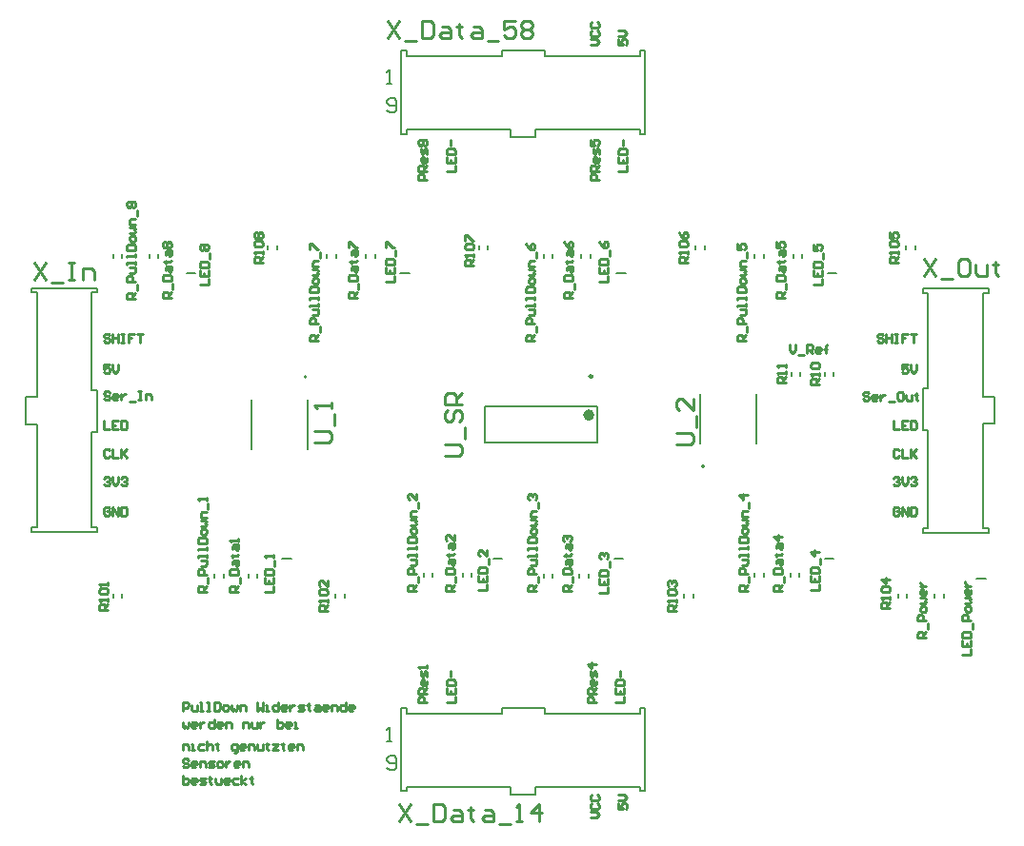
<source format=gto>
G04*
G04 #@! TF.GenerationSoftware,Altium Limited,Altium Designer,24.5.2 (23)*
G04*
G04 Layer_Color=65535*
%FSLAX25Y25*%
%MOIN*%
G70*
G04*
G04 #@! TF.SameCoordinates,F9E145AB-4376-4A3A-B871-3CA844BA1A44*
G04*
G04*
G04 #@! TF.FilePolarity,Positive*
G04*
G01*
G75*
%ADD10C,0.00787*%
%ADD11C,0.00984*%
%ADD12C,0.01968*%
%ADD13C,0.00598*%
%ADD14C,0.00500*%
%ADD15C,0.01000*%
%ADD16C,0.00800*%
D10*
X103392Y159409D02*
G03*
X103392Y159409I-394J0D01*
G01*
X242577Y128032D02*
G03*
X242577Y128032I-394J0D01*
G01*
X136406Y14173D02*
Y16142D01*
Y14173D02*
X138374D01*
Y15748D01*
X174988D01*
Y12992D02*
Y15748D01*
Y12992D02*
X183650D01*
Y15748D01*
X220264D01*
Y14173D02*
Y15748D01*
Y14173D02*
X221839D01*
Y16142D01*
Y41339D02*
Y43307D01*
X220264D02*
X221839D01*
X220264Y41339D02*
Y43307D01*
X186799Y41339D02*
X220264D01*
X186799D02*
Y43307D01*
X171839D02*
X186799D01*
X171839Y41339D02*
Y43307D01*
X138374Y41339D02*
X171839D01*
X138374D02*
Y43307D01*
X136406D02*
X138374D01*
X136406Y41339D02*
Y43307D01*
X221839Y16142D02*
Y41339D01*
X136406Y16142D02*
Y41339D01*
Y244488D02*
Y246457D01*
Y244488D02*
X138374D01*
Y246063D01*
X174988D01*
Y243307D02*
Y246063D01*
Y243307D02*
X183650D01*
Y246063D01*
X220264D01*
Y244488D02*
Y246063D01*
Y244488D02*
X221839D01*
Y246457D01*
Y271654D02*
Y273622D01*
X220264D02*
X221839D01*
X220264Y271654D02*
Y273622D01*
X186799Y271654D02*
X220264D01*
X186799D02*
Y273622D01*
X171839D02*
X186799D01*
X171839Y271654D02*
Y273622D01*
X138374Y271654D02*
X171839D01*
X138374D02*
Y273622D01*
X136406D02*
X138374D01*
X136406Y271654D02*
Y273622D01*
X221839Y246457D02*
Y271654D01*
X136406Y246457D02*
Y271654D01*
X342250Y104789D02*
Y105577D01*
X339494Y104789D02*
X342250D01*
X342250Y105577D02*
Y106364D01*
X342152Y188647D02*
Y190222D01*
X340282Y188647D02*
X342152D01*
X340282Y152427D02*
Y188647D01*
Y152427D02*
X344219D01*
X340282Y106364D02*
X342250D01*
X340282Y142978D02*
X340282Y106364D01*
Y142978D02*
X344219D01*
Y152427D01*
X319022Y104789D02*
Y106364D01*
X320990D01*
Y140616D01*
X319022D02*
X320990D01*
X319022D02*
Y155183D01*
X320990D01*
Y188647D01*
X319022D02*
X320990D01*
X319022D02*
Y190222D01*
Y104789D02*
X339494D01*
X319022Y190222D02*
X342152D01*
X7087Y189646D02*
Y190433D01*
X9843D01*
X7087Y188858D02*
Y189646D01*
X7185Y105000D02*
Y106575D01*
X9055D01*
Y142795D01*
X5118D02*
X9055D01*
X7087Y188858D02*
X9055D01*
X9055Y152244D01*
X5118D02*
X9055D01*
X5118Y142795D02*
Y152244D01*
X30315Y188858D02*
Y190433D01*
X28346Y188858D02*
X30315D01*
X28346Y154606D02*
Y188858D01*
Y154606D02*
X30315D01*
Y140039D02*
Y154606D01*
X28346Y140039D02*
X30315D01*
X28346Y106575D02*
Y140039D01*
Y106575D02*
X30315D01*
Y105000D02*
Y106575D01*
X9843Y190433D02*
X30315D01*
X7185Y105000D02*
X30315D01*
X205170Y136496D02*
Y148898D01*
X165799Y136496D02*
X205170D01*
X165799D02*
Y148898D01*
X205170D01*
D11*
X203477Y159528D02*
G03*
X203477Y159528I-492J0D01*
G01*
D12*
X203201Y145945D02*
G03*
X203201Y145945I-984J0D01*
G01*
D13*
X285826Y195768D02*
X288976D01*
X212007D02*
X215157D01*
X136220D02*
X139369D01*
X61417D02*
X64566D01*
X94883Y95571D02*
X98032D01*
X168702D02*
X171851D01*
X211024D02*
X214174D01*
X284843D02*
X287993D01*
X337993Y88681D02*
X341142D01*
X326378Y82106D02*
Y83445D01*
X323228Y82106D02*
Y83445D01*
X284842Y159764D02*
Y161102D01*
X287992Y159764D02*
Y161102D01*
X276181Y159764D02*
Y161102D01*
X273031Y159764D02*
Y161102D01*
X51575Y201102D02*
Y202441D01*
X48425Y201102D02*
Y202441D01*
X38976Y201102D02*
Y202441D01*
X35827Y201102D02*
Y202441D01*
X89961Y204056D02*
Y205394D01*
X93110Y204056D02*
Y205394D01*
X124212Y201102D02*
Y202441D01*
X127362Y201102D02*
Y202441D01*
X110630Y201102D02*
Y202441D01*
X113779Y201102D02*
Y202441D01*
X163779Y204055D02*
Y205394D01*
X166929Y204055D02*
Y205394D01*
X199665Y201102D02*
Y202441D01*
X202815Y201102D02*
Y202441D01*
X186417Y201102D02*
Y202441D01*
X189567Y201102D02*
Y202441D01*
X273819Y201102D02*
Y202441D01*
X276968Y201102D02*
Y202441D01*
X260236Y201102D02*
Y202441D01*
X263386Y201102D02*
Y202441D01*
X263386Y89291D02*
Y90630D01*
X260236Y89291D02*
Y90630D01*
X235630Y82008D02*
Y83346D01*
X238779Y82008D02*
Y83346D01*
X116732Y82008D02*
Y83346D01*
X113583Y82008D02*
Y83346D01*
X144390Y89291D02*
Y90630D01*
X147539Y89291D02*
Y90630D01*
X316436Y204055D02*
Y205394D01*
X313287Y204055D02*
Y205394D01*
X186417Y88995D02*
Y90334D01*
X189567Y88995D02*
Y90334D01*
X38976Y82008D02*
Y83346D01*
X35827Y82008D02*
Y83346D01*
X313583Y82008D02*
Y83346D01*
X310433Y82008D02*
Y83346D01*
X239567Y204056D02*
Y205394D01*
X242717Y204056D02*
Y205394D01*
X202166Y88995D02*
Y90334D01*
X199016Y88995D02*
Y90334D01*
X275984Y89291D02*
Y90630D01*
X272835Y89291D02*
Y90630D01*
X161171Y89291D02*
Y90630D01*
X158022Y89291D02*
Y90630D01*
X74409Y88898D02*
Y90236D01*
X71260Y88898D02*
Y90236D01*
X86221Y88898D02*
Y90236D01*
X83071Y88898D02*
Y90236D01*
D14*
X84258Y134055D02*
Y151378D01*
X103943Y134055D02*
Y151378D01*
X260924Y136063D02*
Y153386D01*
X241238Y136063D02*
Y153386D01*
D15*
X212536Y9935D02*
Y7936D01*
X214036D01*
X213536Y8936D01*
Y9436D01*
X214036Y9935D01*
X215036D01*
X215535Y9436D01*
Y8436D01*
X215036Y7936D01*
X212536Y10935D02*
X214536D01*
X215535Y11935D01*
X214536Y12934D01*
X212536D01*
X202694Y4937D02*
X204693D01*
X205693Y5937D01*
X204693Y6936D01*
X202694D01*
X203194Y9935D02*
X202694Y9436D01*
Y8436D01*
X203194Y7936D01*
X205193D01*
X205693Y8436D01*
Y9436D01*
X205193Y9935D01*
X203194Y12934D02*
X202694Y12435D01*
Y11435D01*
X203194Y10935D01*
X205193D01*
X205693Y11435D01*
Y12435D01*
X205193Y12934D01*
X145653Y45291D02*
X142655D01*
Y46791D01*
X143154Y47291D01*
X144154D01*
X144654Y46791D01*
Y45291D01*
X145653Y48290D02*
X142655D01*
Y49790D01*
X143154Y50290D01*
X144154D01*
X144654Y49790D01*
Y48290D01*
Y49290D02*
X145653Y50290D01*
Y52789D02*
Y51789D01*
X145154Y51289D01*
X144154D01*
X143654Y51789D01*
Y52789D01*
X144154Y53289D01*
X144654D01*
Y51289D01*
X145653Y54288D02*
Y55788D01*
X145154Y56288D01*
X144654Y55788D01*
Y54788D01*
X144154Y54288D01*
X143654Y54788D01*
Y56288D01*
X145653Y57288D02*
Y58287D01*
Y57787D01*
X142655D01*
X143154Y57288D01*
X152497Y45291D02*
X155496D01*
Y47291D01*
X152497Y50290D02*
Y48290D01*
X155496D01*
Y50290D01*
X153997Y48290D02*
Y49290D01*
X152497Y51289D02*
X155496D01*
Y52789D01*
X154996Y53289D01*
X152997D01*
X152497Y52789D01*
Y51289D01*
X153997Y54288D02*
Y56288D01*
X211552Y45291D02*
X214551D01*
Y47291D01*
X211552Y50290D02*
Y48290D01*
X214551D01*
Y50290D01*
X213052Y48290D02*
Y49290D01*
X211552Y51289D02*
X214551D01*
Y52789D01*
X214051Y53289D01*
X212052D01*
X211552Y52789D01*
Y51289D01*
X213052Y54288D02*
Y56288D01*
X204709Y45291D02*
X201710D01*
Y46791D01*
X202209Y47291D01*
X203209D01*
X203709Y46791D01*
Y45291D01*
X204709Y48290D02*
X201710D01*
Y49790D01*
X202209Y50290D01*
X203209D01*
X203709Y49790D01*
Y48290D01*
Y49290D02*
X204709Y50290D01*
Y52789D02*
Y51789D01*
X204209Y51289D01*
X203209D01*
X202709Y51789D01*
Y52789D01*
X203209Y53289D01*
X203709D01*
Y51289D01*
X204709Y54288D02*
Y55788D01*
X204209Y56288D01*
X203709Y55788D01*
Y54788D01*
X203209Y54288D01*
X202709Y54788D01*
Y56288D01*
X204709Y58787D02*
X201710D01*
X203209Y57288D01*
Y59287D01*
X152497Y231315D02*
X155496D01*
Y233314D01*
X152497Y236313D02*
Y234314D01*
X155496D01*
Y236313D01*
X153997Y234314D02*
Y235314D01*
X152497Y237313D02*
X155496D01*
Y238812D01*
X154996Y239312D01*
X152997D01*
X152497Y238812D01*
Y237313D01*
X153997Y240312D02*
Y242311D01*
X145653Y228362D02*
X142655D01*
Y229862D01*
X143154Y230362D01*
X144154D01*
X144654Y229862D01*
Y228362D01*
X145653Y231361D02*
X142655D01*
Y232861D01*
X143154Y233361D01*
X144154D01*
X144654Y232861D01*
Y231361D01*
Y232361D02*
X145653Y233361D01*
Y235860D02*
Y234860D01*
X145154Y234360D01*
X144154D01*
X143654Y234860D01*
Y235860D01*
X144154Y236360D01*
X144654D01*
Y234360D01*
X145653Y237359D02*
Y238859D01*
X145154Y239359D01*
X144654Y238859D01*
Y237859D01*
X144154Y237359D01*
X143654Y237859D01*
Y239359D01*
X143154Y240358D02*
X142655Y240858D01*
Y241858D01*
X143154Y242358D01*
X143654D01*
X144154Y241858D01*
X144654Y242358D01*
X145154D01*
X145653Y241858D01*
Y240858D01*
X145154Y240358D01*
X144654D01*
X144154Y240858D01*
X143654Y240358D01*
X143154D01*
X144154Y240858D02*
Y241858D01*
X205693Y228362D02*
X202694D01*
Y229862D01*
X203194Y230362D01*
X204193D01*
X204693Y229862D01*
Y228362D01*
X205693Y231361D02*
X202694D01*
Y232861D01*
X203194Y233361D01*
X204193D01*
X204693Y232861D01*
Y231361D01*
Y232361D02*
X205693Y233361D01*
Y235860D02*
Y234860D01*
X205193Y234360D01*
X204193D01*
X203694Y234860D01*
Y235860D01*
X204193Y236360D01*
X204693D01*
Y234360D01*
X205693Y237359D02*
Y238859D01*
X205193Y239359D01*
X204693Y238859D01*
Y237859D01*
X204193Y237359D01*
X203694Y237859D01*
Y239359D01*
X202694Y242358D02*
Y240358D01*
X204193D01*
X203694Y241358D01*
Y241858D01*
X204193Y242358D01*
X205193D01*
X205693Y241858D01*
Y240858D01*
X205193Y240358D01*
X212536Y231315D02*
X215535D01*
Y233314D01*
X212536Y236313D02*
Y234314D01*
X215535D01*
Y236313D01*
X214036Y234314D02*
Y235314D01*
X212536Y237313D02*
X215535D01*
Y238812D01*
X215036Y239312D01*
X213036D01*
X212536Y238812D01*
Y237313D01*
X214036Y240312D02*
Y242311D01*
X202694Y275606D02*
X204693D01*
X205693Y276606D01*
X204693Y277606D01*
X202694D01*
X203194Y280605D02*
X202694Y280105D01*
Y279105D01*
X203194Y278605D01*
X205193D01*
X205693Y279105D01*
Y280105D01*
X205193Y280605D01*
X203194Y283604D02*
X202694Y283104D01*
Y282104D01*
X203194Y281604D01*
X205193D01*
X205693Y282104D01*
Y283104D01*
X205193Y283604D01*
X212536Y277606D02*
Y275606D01*
X214036D01*
X213536Y276606D01*
Y277106D01*
X214036Y277606D01*
X215036D01*
X215535Y277106D01*
Y276106D01*
X215036Y275606D01*
X212536Y278605D02*
X214536D01*
X215535Y279605D01*
X214536Y280605D01*
X212536D01*
X310834Y113279D02*
X310334Y113779D01*
X309334D01*
X308835Y113279D01*
Y111279D01*
X309334Y110780D01*
X310334D01*
X310834Y111279D01*
Y112279D01*
X309834D01*
X311834Y110780D02*
Y113779D01*
X313833Y110780D01*
Y113779D01*
X314833D02*
Y110780D01*
X316332D01*
X316832Y111279D01*
Y113279D01*
X316332Y113779D01*
X314833D01*
X308835Y123677D02*
X309334Y124177D01*
X310334D01*
X310834Y123677D01*
Y123177D01*
X310334Y122678D01*
X309834D01*
X310334D01*
X310834Y122178D01*
Y121678D01*
X310334Y121178D01*
X309334D01*
X308835Y121678D01*
X311834Y124177D02*
Y122178D01*
X312833Y121178D01*
X313833Y122178D01*
Y124177D01*
X314833Y123677D02*
X315332Y124177D01*
X316332D01*
X316832Y123677D01*
Y123177D01*
X316332Y122678D01*
X315832D01*
X316332D01*
X316832Y122178D01*
Y121678D01*
X316332Y121178D01*
X315332D01*
X314833Y121678D01*
X310834Y133520D02*
X310334Y134020D01*
X309334D01*
X308835Y133520D01*
Y131520D01*
X309334Y131021D01*
X310334D01*
X310834Y131520D01*
X311834Y134020D02*
Y131021D01*
X313833D01*
X314833Y134020D02*
Y131021D01*
Y132020D01*
X316832Y134020D01*
X315332Y132520D01*
X316832Y131021D01*
X308835Y143862D02*
Y140863D01*
X310834D01*
X313833Y143862D02*
X311834D01*
Y140863D01*
X313833D01*
X311834Y142363D02*
X312833D01*
X314833Y143862D02*
Y140863D01*
X316332D01*
X316832Y141363D01*
Y143362D01*
X316332Y143862D01*
X314833D01*
X300243Y153605D02*
X299744Y154105D01*
X298744D01*
X298244Y153605D01*
Y153105D01*
X298744Y152606D01*
X299744D01*
X300243Y152106D01*
Y151606D01*
X299744Y151106D01*
X298744D01*
X298244Y151606D01*
X302743Y151106D02*
X301743D01*
X301243Y151606D01*
Y152606D01*
X301743Y153105D01*
X302743D01*
X303242Y152606D01*
Y152106D01*
X301243D01*
X304242Y153105D02*
Y151106D01*
Y152106D01*
X304742Y152606D01*
X305242Y153105D01*
X305742D01*
X307241Y150606D02*
X309241D01*
X311740Y154105D02*
X310740D01*
X310240Y153605D01*
Y151606D01*
X310740Y151106D01*
X311740D01*
X312240Y151606D01*
Y153605D01*
X311740Y154105D01*
X313239Y153105D02*
Y151606D01*
X313739Y151106D01*
X315239D01*
Y153105D01*
X316738Y153605D02*
Y153105D01*
X316238D01*
X317238D01*
X316738D01*
Y151606D01*
X317238Y151106D01*
X313833Y163547D02*
X311834D01*
Y162048D01*
X312833Y162548D01*
X313333D01*
X313833Y162048D01*
Y161048D01*
X313333Y160548D01*
X312333D01*
X311834Y161048D01*
X314833Y163547D02*
Y161548D01*
X315832Y160548D01*
X316832Y161548D01*
Y163547D01*
X305336Y173874D02*
X304836Y174374D01*
X303836D01*
X303336Y173874D01*
Y173374D01*
X303836Y172874D01*
X304836D01*
X305336Y172375D01*
Y171875D01*
X304836Y171375D01*
X303836D01*
X303336Y171875D01*
X306335Y174374D02*
Y171375D01*
Y172874D01*
X308335D01*
Y174374D01*
Y171375D01*
X309334Y174374D02*
X310334D01*
X309834D01*
Y171375D01*
X309334D01*
X310334D01*
X313833Y174374D02*
X311834D01*
Y172874D01*
X312833D01*
X311834D01*
Y171375D01*
X314833Y174374D02*
X316832D01*
X315832D01*
Y171375D01*
X34620Y173874D02*
X34120Y174374D01*
X33121D01*
X32621Y173874D01*
Y173374D01*
X33121Y172874D01*
X34120D01*
X34620Y172375D01*
Y171875D01*
X34120Y171375D01*
X33121D01*
X32621Y171875D01*
X35620Y174374D02*
Y171375D01*
Y172874D01*
X37619D01*
Y174374D01*
Y171375D01*
X38619Y174374D02*
X39619D01*
X39119D01*
Y171375D01*
X38619D01*
X39619D01*
X43117Y174374D02*
X41118D01*
Y172874D01*
X42118D01*
X41118D01*
Y171375D01*
X44117Y174374D02*
X46116D01*
X45117D01*
Y171375D01*
X34620Y163547D02*
X32621D01*
Y162048D01*
X33620Y162548D01*
X34120D01*
X34620Y162048D01*
Y161048D01*
X34120Y160548D01*
X33121D01*
X32621Y161048D01*
X35620Y163547D02*
Y161548D01*
X36619Y160548D01*
X37619Y161548D01*
Y163547D01*
X34620Y153705D02*
X34120Y154204D01*
X33121D01*
X32621Y153705D01*
Y153205D01*
X33121Y152705D01*
X34120D01*
X34620Y152205D01*
Y151705D01*
X34120Y151205D01*
X33121D01*
X32621Y151705D01*
X37119Y151205D02*
X36120D01*
X35620Y151705D01*
Y152705D01*
X36120Y153205D01*
X37119D01*
X37619Y152705D01*
Y152205D01*
X35620D01*
X38619Y153205D02*
Y151205D01*
Y152205D01*
X39119Y152705D01*
X39619Y153205D01*
X40118D01*
X41618Y150706D02*
X43617D01*
X44617Y154204D02*
X45617D01*
X45117D01*
Y151205D01*
X44617D01*
X45617D01*
X47116D02*
Y153205D01*
X48616D01*
X49115Y152705D01*
Y151205D01*
X32621Y143862D02*
Y140863D01*
X34620D01*
X37619Y143862D02*
X35620D01*
Y140863D01*
X37619D01*
X35620Y142363D02*
X36619D01*
X38619Y143862D02*
Y140863D01*
X40118D01*
X40618Y141363D01*
Y143362D01*
X40118Y143862D01*
X38619D01*
X34620Y133520D02*
X34120Y134020D01*
X33121D01*
X32621Y133520D01*
Y131520D01*
X33121Y131021D01*
X34120D01*
X34620Y131520D01*
X35620Y134020D02*
Y131021D01*
X37619D01*
X38619Y134020D02*
Y131021D01*
Y132020D01*
X40618Y134020D01*
X39119Y132520D01*
X40618Y131021D01*
X32621Y123677D02*
X33121Y124177D01*
X34120D01*
X34620Y123677D01*
Y123177D01*
X34120Y122678D01*
X33620D01*
X34120D01*
X34620Y122178D01*
Y121678D01*
X34120Y121178D01*
X33121D01*
X32621Y121678D01*
X35620Y124177D02*
Y122178D01*
X36619Y121178D01*
X37619Y122178D01*
Y124177D01*
X38619Y123677D02*
X39119Y124177D01*
X40118D01*
X40618Y123677D01*
Y123177D01*
X40118Y122678D01*
X39619D01*
X40118D01*
X40618Y122178D01*
Y121678D01*
X40118Y121178D01*
X39119D01*
X38619Y121678D01*
X34620Y113279D02*
X34120Y113779D01*
X33121D01*
X32621Y113279D01*
Y111279D01*
X33121Y110780D01*
X34120D01*
X34620Y111279D01*
Y112279D01*
X33620D01*
X35620Y110780D02*
Y113779D01*
X37619Y110780D01*
Y113779D01*
X38619D02*
Y110780D01*
X40118D01*
X40618Y111279D01*
Y113279D01*
X40118Y113779D01*
X38619D01*
X60055Y19747D02*
Y16748D01*
X61555D01*
X62055Y17248D01*
Y17748D01*
Y18248D01*
X61555Y18747D01*
X60055D01*
X64554Y16748D02*
X63554D01*
X63054Y17248D01*
Y18248D01*
X63554Y18747D01*
X64554D01*
X65053Y18248D01*
Y17748D01*
X63054D01*
X66053Y16748D02*
X67553D01*
X68053Y17248D01*
X67553Y17748D01*
X66553D01*
X66053Y18248D01*
X66553Y18747D01*
X68053D01*
X69552Y19247D02*
Y18747D01*
X69052D01*
X70052D01*
X69552D01*
Y17248D01*
X70052Y16748D01*
X71551Y18747D02*
Y17248D01*
X72051Y16748D01*
X73551D01*
Y18747D01*
X76050Y16748D02*
X75050D01*
X74550Y17248D01*
Y18248D01*
X75050Y18747D01*
X76050D01*
X76550Y18248D01*
Y17748D01*
X74550D01*
X79549Y18747D02*
X78049D01*
X77549Y18248D01*
Y17248D01*
X78049Y16748D01*
X79549D01*
X80549D02*
Y19747D01*
Y17748D02*
X82048Y18747D01*
X80549Y17748D02*
X82048Y16748D01*
X84047Y19247D02*
Y18747D01*
X83548D01*
X84547D01*
X84047D01*
Y17248D01*
X84547Y16748D01*
X62055Y25153D02*
X61555Y25653D01*
X60555D01*
X60055Y25153D01*
Y24653D01*
X60555Y24153D01*
X61555D01*
X62055Y23653D01*
Y23153D01*
X61555Y22654D01*
X60555D01*
X60055Y23153D01*
X64554Y22654D02*
X63554D01*
X63054Y23153D01*
Y24153D01*
X63554Y24653D01*
X64554D01*
X65053Y24153D01*
Y23653D01*
X63054D01*
X66053Y22654D02*
Y24653D01*
X67553D01*
X68053Y24153D01*
Y22654D01*
X69052D02*
X70552D01*
X71052Y23153D01*
X70552Y23653D01*
X69552D01*
X69052Y24153D01*
X69552Y24653D01*
X71052D01*
X72551Y22654D02*
X73551D01*
X74051Y23153D01*
Y24153D01*
X73551Y24653D01*
X72551D01*
X72051Y24153D01*
Y23153D01*
X72551Y22654D01*
X75050Y24653D02*
Y22654D01*
Y23653D01*
X75550Y24153D01*
X76050Y24653D01*
X76550D01*
X79549Y22654D02*
X78549D01*
X78049Y23153D01*
Y24153D01*
X78549Y24653D01*
X79549D01*
X80049Y24153D01*
Y23653D01*
X78049D01*
X81048Y22654D02*
Y24653D01*
X82548D01*
X83048Y24153D01*
Y22654D01*
X60055Y28574D02*
Y30574D01*
X61555D01*
X62055Y30074D01*
Y28574D01*
X63054D02*
X64054D01*
X63554D01*
Y30574D01*
X63054D01*
X67553D02*
X66053D01*
X65553Y30074D01*
Y29074D01*
X66053Y28574D01*
X67553D01*
X68552Y31574D02*
Y28574D01*
Y30074D01*
X69052Y30574D01*
X70052D01*
X70552Y30074D01*
Y28574D01*
X72051Y31074D02*
Y30574D01*
X71551D01*
X72551D01*
X72051D01*
Y29074D01*
X72551Y28574D01*
X78049Y27575D02*
X78549D01*
X79049Y28075D01*
Y30574D01*
X77549D01*
X77050Y30074D01*
Y29074D01*
X77549Y28574D01*
X79049D01*
X81548D02*
X80549D01*
X80049Y29074D01*
Y30074D01*
X80549Y30574D01*
X81548D01*
X82048Y30074D01*
Y29574D01*
X80049D01*
X83048Y28574D02*
Y30574D01*
X84547D01*
X85047Y30074D01*
Y28574D01*
X86047Y30574D02*
Y29074D01*
X86546Y28574D01*
X88046D01*
Y30574D01*
X89546Y31074D02*
Y30574D01*
X89046D01*
X90045D01*
X89546D01*
Y29074D01*
X90045Y28574D01*
X91545Y30574D02*
X93544D01*
X91545Y28574D01*
X93544D01*
X95044Y31074D02*
Y30574D01*
X94544D01*
X95544D01*
X95044D01*
Y29074D01*
X95544Y28574D01*
X98543D02*
X97543D01*
X97043Y29074D01*
Y30074D01*
X97543Y30574D01*
X98543D01*
X99042Y30074D01*
Y29574D01*
X97043D01*
X100042Y28574D02*
Y30574D01*
X101542D01*
X102041Y30074D01*
Y28574D01*
X60055Y38432D02*
Y36933D01*
X60555Y36433D01*
X61055Y36933D01*
X61555Y36433D01*
X62055Y36933D01*
Y38432D01*
X64554Y36433D02*
X63554D01*
X63054Y36933D01*
Y37933D01*
X63554Y38432D01*
X64554D01*
X65053Y37933D01*
Y37433D01*
X63054D01*
X66053Y38432D02*
Y36433D01*
Y37433D01*
X66553Y37933D01*
X67053Y38432D01*
X67553D01*
X71052Y39432D02*
Y36433D01*
X69552D01*
X69052Y36933D01*
Y37933D01*
X69552Y38432D01*
X71052D01*
X73551Y36433D02*
X72551D01*
X72051Y36933D01*
Y37933D01*
X72551Y38432D01*
X73551D01*
X74051Y37933D01*
Y37433D01*
X72051D01*
X75050Y36433D02*
Y38432D01*
X76550D01*
X77050Y37933D01*
Y36433D01*
X81048D02*
Y38432D01*
X82548D01*
X83048Y37933D01*
Y36433D01*
X84047Y38432D02*
Y36933D01*
X84547Y36433D01*
X86047D01*
Y38432D01*
X87046D02*
Y36433D01*
Y37433D01*
X87546Y37933D01*
X88046Y38432D01*
X88546D01*
X93044Y39432D02*
Y36433D01*
X94544D01*
X95044Y36933D01*
Y37433D01*
Y37933D01*
X94544Y38432D01*
X93044D01*
X97543Y36433D02*
X96543D01*
X96043Y36933D01*
Y37933D01*
X96543Y38432D01*
X97543D01*
X98043Y37933D01*
Y37433D01*
X96043D01*
X99042Y36433D02*
X100042D01*
X99542D01*
Y38432D01*
X99042D01*
X60055Y42339D02*
Y45338D01*
X61555D01*
X62055Y44838D01*
Y43838D01*
X61555Y43338D01*
X60055D01*
X63054Y44338D02*
Y42838D01*
X63554Y42339D01*
X65053D01*
Y44338D01*
X66053Y42339D02*
X67053D01*
X66553D01*
Y45338D01*
X66053D01*
X68552Y42339D02*
X69552D01*
X69052D01*
Y45338D01*
X68552D01*
X71052D02*
Y42339D01*
X72551D01*
X73051Y42838D01*
Y44838D01*
X72551Y45338D01*
X71052D01*
X74550Y42339D02*
X75550D01*
X76050Y42838D01*
Y43838D01*
X75550Y44338D01*
X74550D01*
X74051Y43838D01*
Y42838D01*
X74550Y42339D01*
X77050Y44338D02*
Y42838D01*
X77549Y42339D01*
X78049Y42838D01*
X78549Y42339D01*
X79049Y42838D01*
Y44338D01*
X80049Y42339D02*
Y44338D01*
X81548D01*
X82048Y43838D01*
Y42339D01*
X86047Y45338D02*
Y42339D01*
X87046Y43338D01*
X88046Y42339D01*
Y45338D01*
X89046Y42339D02*
X90045D01*
X89546D01*
Y44338D01*
X89046D01*
X93544Y45338D02*
Y42339D01*
X92045D01*
X91545Y42838D01*
Y43838D01*
X92045Y44338D01*
X93544D01*
X96043Y42339D02*
X95044D01*
X94544Y42838D01*
Y43838D01*
X95044Y44338D01*
X96043D01*
X96543Y43838D01*
Y43338D01*
X94544D01*
X97543Y44338D02*
Y42339D01*
Y43338D01*
X98043Y43838D01*
X98543Y44338D01*
X99042D01*
X100542Y42339D02*
X102041D01*
X102541Y42838D01*
X102041Y43338D01*
X101042D01*
X100542Y43838D01*
X101042Y44338D01*
X102541D01*
X104041Y44838D02*
Y44338D01*
X103541D01*
X104541D01*
X104041D01*
Y42838D01*
X104541Y42339D01*
X106540Y44338D02*
X107540D01*
X108040Y43838D01*
Y42339D01*
X106540D01*
X106040Y42838D01*
X106540Y43338D01*
X108040D01*
X110539Y42339D02*
X109539D01*
X109039Y42838D01*
Y43838D01*
X109539Y44338D01*
X110539D01*
X111039Y43838D01*
Y43338D01*
X109039D01*
X112038Y42339D02*
Y44338D01*
X113538D01*
X114038Y43838D01*
Y42339D01*
X117037Y45338D02*
Y42339D01*
X115537D01*
X115037Y42838D01*
Y43838D01*
X115537Y44338D01*
X117037D01*
X119536Y42339D02*
X118536D01*
X118036Y42838D01*
Y43838D01*
X118536Y44338D01*
X119536D01*
X120036Y43838D01*
Y43338D01*
X118036D01*
X272654Y170542D02*
Y168543D01*
X273654Y167543D01*
X274653Y168543D01*
Y170542D01*
X275653Y167043D02*
X277652D01*
X278652Y167543D02*
Y170542D01*
X280151D01*
X280651Y170042D01*
Y169042D01*
X280151Y168543D01*
X278652D01*
X279652D02*
X280651Y167543D01*
X283151D02*
X282151D01*
X281651Y168043D01*
Y169042D01*
X282151Y169542D01*
X283151D01*
X283650Y169042D01*
Y168543D01*
X281651D01*
X285150Y167543D02*
Y170042D01*
Y169042D01*
X284650D01*
X285650D01*
X285150D01*
Y170042D01*
X285650Y170542D01*
X131700Y283998D02*
X135699Y278000D01*
Y283998D02*
X131700Y278000D01*
X137698Y277000D02*
X141697D01*
X143696Y283998D02*
Y278000D01*
X146695D01*
X147695Y279000D01*
Y282998D01*
X146695Y283998D01*
X143696D01*
X150694Y281999D02*
X152693D01*
X153693Y280999D01*
Y278000D01*
X150694D01*
X149694Y279000D01*
X150694Y279999D01*
X153693D01*
X156692Y282998D02*
Y281999D01*
X155692D01*
X157692D01*
X156692D01*
Y279000D01*
X157692Y278000D01*
X161690Y281999D02*
X163690D01*
X164689Y280999D01*
Y278000D01*
X161690D01*
X160691Y279000D01*
X161690Y279999D01*
X164689D01*
X166689Y277000D02*
X170687D01*
X176685Y283998D02*
X172687D01*
Y280999D01*
X174686Y281999D01*
X175686D01*
X176685Y280999D01*
Y279000D01*
X175686Y278000D01*
X173686D01*
X172687Y279000D01*
X178685Y282998D02*
X179684Y283998D01*
X181684D01*
X182684Y282998D01*
Y281999D01*
X181684Y280999D01*
X182684Y279999D01*
Y279000D01*
X181684Y278000D01*
X179684D01*
X178685Y279000D01*
Y279999D01*
X179684Y280999D01*
X178685Y281999D01*
Y282998D01*
X179684Y280999D02*
X181684D01*
X135941Y9562D02*
X139940Y3564D01*
Y9562D02*
X135941Y3564D01*
X141939Y2564D02*
X145938D01*
X147937Y9562D02*
Y3564D01*
X150936D01*
X151936Y4563D01*
Y8562D01*
X150936Y9562D01*
X147937D01*
X154935Y7563D02*
X156934D01*
X157934Y6563D01*
Y3564D01*
X154935D01*
X153935Y4563D01*
X154935Y5563D01*
X157934D01*
X160933Y8562D02*
Y7563D01*
X159933D01*
X161933D01*
X160933D01*
Y4563D01*
X161933Y3564D01*
X165931Y7563D02*
X167931D01*
X168930Y6563D01*
Y3564D01*
X165931D01*
X164932Y4563D01*
X165931Y5563D01*
X168930D01*
X170930Y2564D02*
X174928D01*
X176928Y3564D02*
X178927D01*
X177928D01*
Y9562D01*
X176928Y8562D01*
X184925Y3564D02*
Y9562D01*
X181926Y6563D01*
X185925D01*
X332896Y62057D02*
X335895D01*
Y64057D01*
X332896Y67056D02*
Y65056D01*
X335895D01*
Y67056D01*
X334396Y65056D02*
Y66056D01*
X332896Y68055D02*
X335895D01*
Y69555D01*
X335395Y70055D01*
X333396D01*
X332896Y69555D01*
Y68055D01*
X336395Y71054D02*
Y73054D01*
X335895Y74053D02*
X332896D01*
Y75553D01*
X333396Y76053D01*
X334396D01*
X334896Y75553D01*
Y74053D01*
X335895Y77552D02*
Y78552D01*
X335395Y79052D01*
X334396D01*
X333896Y78552D01*
Y77552D01*
X334396Y77052D01*
X335395D01*
X335895Y77552D01*
X333896Y80051D02*
X335395D01*
X335895Y80551D01*
X335395Y81051D01*
X335895Y81551D01*
X335395Y82051D01*
X333896D01*
X335895Y84550D02*
Y83550D01*
X335395Y83051D01*
X334396D01*
X333896Y83550D01*
Y84550D01*
X334396Y85050D01*
X334896D01*
Y83051D01*
X333896Y86049D02*
X335895D01*
X334896D01*
X334396Y86549D01*
X333896Y87049D01*
Y87549D01*
X66164Y191821D02*
X69163D01*
Y193821D01*
X66164Y196820D02*
Y194820D01*
X69163D01*
Y196820D01*
X67664Y194820D02*
Y195820D01*
X66164Y197819D02*
X69163D01*
Y199319D01*
X68663Y199819D01*
X66664D01*
X66164Y199319D01*
Y197819D01*
X69663Y200818D02*
Y202818D01*
X66664Y203817D02*
X66164Y204317D01*
Y205317D01*
X66664Y205817D01*
X67164D01*
X67664Y205317D01*
X68163Y205817D01*
X68663D01*
X69163Y205317D01*
Y204317D01*
X68663Y203817D01*
X68163D01*
X67664Y204317D01*
X67164Y203817D01*
X66664D01*
X67664Y204317D02*
Y205317D01*
X131125Y192805D02*
X134124D01*
Y194805D01*
X131125Y197804D02*
Y195804D01*
X134124D01*
Y197804D01*
X132624Y195804D02*
Y196804D01*
X131125Y198803D02*
X134124D01*
Y200303D01*
X133624Y200803D01*
X131624D01*
X131125Y200303D01*
Y198803D01*
X134624Y201802D02*
Y203802D01*
X131125Y204802D02*
Y206801D01*
X131624D01*
X133624Y204802D01*
X134124D01*
X205928Y192805D02*
X208927D01*
Y194805D01*
X205928Y197804D02*
Y195804D01*
X208927D01*
Y197804D01*
X207427Y195804D02*
Y196804D01*
X205928Y198803D02*
X208927D01*
Y200303D01*
X208427Y200803D01*
X206428D01*
X205928Y200303D01*
Y198803D01*
X209427Y201802D02*
Y203802D01*
X205928Y206801D02*
X206428Y205801D01*
X207427Y204802D01*
X208427D01*
X208927Y205301D01*
Y206301D01*
X208427Y206801D01*
X207927D01*
X207427Y206301D01*
Y204802D01*
X280731Y191821D02*
X283730D01*
Y193821D01*
X280731Y196820D02*
Y194820D01*
X283730D01*
Y196820D01*
X282230Y194820D02*
Y195820D01*
X280731Y197819D02*
X283730D01*
Y199319D01*
X283230Y199819D01*
X281231D01*
X280731Y199319D01*
Y197819D01*
X284230Y200818D02*
Y202818D01*
X280731Y205817D02*
Y203817D01*
X282230D01*
X281731Y204817D01*
Y205317D01*
X282230Y205817D01*
X283230D01*
X283730Y205317D01*
Y204317D01*
X283230Y203817D01*
X279747Y84538D02*
X282746D01*
Y86537D01*
X279747Y89536D02*
Y87537D01*
X282746D01*
Y89536D01*
X281246Y87537D02*
Y88536D01*
X279747Y90536D02*
X282746D01*
Y92035D01*
X282246Y92535D01*
X280246D01*
X279747Y92035D01*
Y90536D01*
X283245Y93535D02*
Y95534D01*
X282746Y98033D02*
X279747D01*
X281246Y96534D01*
Y98533D01*
X205928Y83553D02*
X208927D01*
Y85553D01*
X205928Y88552D02*
Y86553D01*
X208927D01*
Y88552D01*
X207427Y86553D02*
Y87552D01*
X205928Y89552D02*
X208927D01*
Y91051D01*
X208427Y91551D01*
X206428D01*
X205928Y91051D01*
Y89552D01*
X209427Y92550D02*
Y94550D01*
X206428Y95550D02*
X205928Y96049D01*
Y97049D01*
X206428Y97549D01*
X206927D01*
X207427Y97049D01*
Y96549D01*
Y97049D01*
X207927Y97549D01*
X208427D01*
X208927Y97049D01*
Y96049D01*
X208427Y95550D01*
X163605Y84538D02*
X166604D01*
Y86537D01*
X163605Y89536D02*
Y87537D01*
X166604D01*
Y89536D01*
X165104Y87537D02*
Y88536D01*
X163605Y90536D02*
X166604D01*
Y92035D01*
X166104Y92535D01*
X164105D01*
X163605Y92035D01*
Y90536D01*
X167104Y93535D02*
Y95534D01*
X166604Y98533D02*
Y96534D01*
X164605Y98533D01*
X164105D01*
X163605Y98033D01*
Y97034D01*
X164105Y96534D01*
X88802Y84053D02*
X91801D01*
Y86053D01*
X88802Y89052D02*
Y87052D01*
X91801D01*
Y89052D01*
X90301Y87052D02*
Y88052D01*
X88802Y90051D02*
X91801D01*
Y91551D01*
X91301Y92051D01*
X89302D01*
X88802Y91551D01*
Y90051D01*
X92301Y93050D02*
Y95050D01*
X91801Y96049D02*
Y97049D01*
Y96549D01*
X88802D01*
X89302Y96049D01*
X56072Y187103D02*
X53073D01*
Y188603D01*
X53573Y189103D01*
X54573D01*
X55073Y188603D01*
Y187103D01*
Y188103D02*
X56072Y189103D01*
X56572Y190103D02*
Y192102D01*
X53073Y193102D02*
X56072D01*
Y194601D01*
X55572Y195101D01*
X53573D01*
X53073Y194601D01*
Y193102D01*
X54073Y196600D02*
Y197600D01*
X54573Y198100D01*
X56072D01*
Y196600D01*
X55572Y196101D01*
X55073Y196600D01*
Y198100D01*
X53573Y199600D02*
X54073D01*
Y199100D01*
Y200099D01*
Y199600D01*
X55572D01*
X56072Y200099D01*
X54073Y202099D02*
Y203098D01*
X54573Y203598D01*
X56072D01*
Y202099D01*
X55572Y201599D01*
X55073Y202099D01*
Y203598D01*
X53573Y204598D02*
X53073Y205098D01*
Y206097D01*
X53573Y206597D01*
X54073D01*
X54573Y206097D01*
X55073Y206597D01*
X55572D01*
X56072Y206097D01*
Y205098D01*
X55572Y204598D01*
X55073D01*
X54573Y205098D01*
X54073Y204598D01*
X53573D01*
X54573Y205098D02*
Y206097D01*
X43572Y186746D02*
X40573D01*
Y188245D01*
X41073Y188745D01*
X42073D01*
X42573Y188245D01*
Y186746D01*
Y187745D02*
X43572Y188745D01*
X44072Y189745D02*
Y191744D01*
X43572Y192744D02*
X40573D01*
Y194243D01*
X41073Y194743D01*
X42073D01*
X42573Y194243D01*
Y192744D01*
X41573Y195743D02*
X43073D01*
X43572Y196243D01*
Y197742D01*
X41573D01*
X43572Y198742D02*
Y199741D01*
Y199242D01*
X40573D01*
Y198742D01*
X43572Y201241D02*
Y202241D01*
Y201741D01*
X40573D01*
Y201241D01*
Y203740D02*
X43572D01*
Y205240D01*
X43073Y205739D01*
X41073D01*
X40573Y205240D01*
Y203740D01*
X43572Y207239D02*
Y208239D01*
X43073Y208738D01*
X42073D01*
X41573Y208239D01*
Y207239D01*
X42073Y206739D01*
X43073D01*
X43572Y207239D01*
X41573Y209738D02*
X43073D01*
X43572Y210238D01*
X43073Y210738D01*
X43572Y211238D01*
X43073Y211738D01*
X41573D01*
X43572Y212737D02*
X41573D01*
Y214237D01*
X42073Y214737D01*
X43572D01*
X44072Y215736D02*
Y217736D01*
X41073Y218735D02*
X40573Y219235D01*
Y220235D01*
X41073Y220735D01*
X41573D01*
X42073Y220235D01*
X42573Y220735D01*
X43073D01*
X43572Y220235D01*
Y219235D01*
X43073Y218735D01*
X42573D01*
X42073Y219235D01*
X41573Y218735D01*
X41073D01*
X42073Y219235D02*
Y220235D01*
X151895Y131602D02*
X156893D01*
X157893Y132602D01*
Y134601D01*
X156893Y135601D01*
X151895D01*
X158893Y137600D02*
Y141599D01*
X152894Y147597D02*
X151895Y146597D01*
Y144598D01*
X152894Y143598D01*
X153894D01*
X154894Y144598D01*
Y146597D01*
X155893Y147597D01*
X156893D01*
X157893Y146597D01*
Y144598D01*
X156893Y143598D01*
X157893Y149596D02*
X151895D01*
Y152595D01*
X152894Y153595D01*
X154894D01*
X155893Y152595D01*
Y149596D01*
Y151596D02*
X157893Y153595D01*
X232722Y135703D02*
X237720D01*
X238720Y136703D01*
Y138702D01*
X237720Y139702D01*
X232722D01*
X239719Y141701D02*
Y145700D01*
X238720Y151698D02*
Y147699D01*
X234721Y151698D01*
X233721D01*
X232722Y150698D01*
Y148699D01*
X233721Y147699D01*
X106344Y136408D02*
X111342D01*
X112342Y137407D01*
Y139407D01*
X111342Y140407D01*
X106344D01*
X113341Y142406D02*
Y146405D01*
X112342Y148404D02*
Y150403D01*
Y149404D01*
X106344D01*
X107343Y148404D01*
X107549Y171982D02*
X104550D01*
Y173481D01*
X105050Y173981D01*
X106049D01*
X106549Y173481D01*
Y171982D01*
Y172982D02*
X107549Y173981D01*
X108049Y174981D02*
Y176980D01*
X107549Y177980D02*
X104550D01*
Y179479D01*
X105050Y179979D01*
X106049D01*
X106549Y179479D01*
Y177980D01*
X105550Y180979D02*
X107049D01*
X107549Y181479D01*
Y182978D01*
X105550D01*
X107549Y183978D02*
Y184978D01*
Y184478D01*
X104550D01*
Y183978D01*
X107549Y186477D02*
Y187477D01*
Y186977D01*
X104550D01*
Y186477D01*
Y188976D02*
X107549D01*
Y190476D01*
X107049Y190976D01*
X105050D01*
X104550Y190476D01*
Y188976D01*
X107549Y192475D02*
Y193475D01*
X107049Y193975D01*
X106049D01*
X105550Y193475D01*
Y192475D01*
X106049Y191975D01*
X107049D01*
X107549Y192475D01*
X105550Y194974D02*
X107049D01*
X107549Y195474D01*
X107049Y195974D01*
X107549Y196474D01*
X107049Y196974D01*
X105550D01*
X107549Y197974D02*
X105550D01*
Y199473D01*
X106049Y199973D01*
X107549D01*
X108049Y200973D02*
Y202972D01*
X104550Y203972D02*
Y205971D01*
X105050D01*
X107049Y203972D01*
X107549D01*
X183238Y171982D02*
X180239D01*
Y173481D01*
X180739Y173981D01*
X181738D01*
X182238Y173481D01*
Y171982D01*
Y172982D02*
X183238Y173981D01*
X183738Y174981D02*
Y176980D01*
X183238Y177980D02*
X180239D01*
Y179479D01*
X180739Y179979D01*
X181738D01*
X182238Y179479D01*
Y177980D01*
X181238Y180979D02*
X182738D01*
X183238Y181479D01*
Y182978D01*
X181238D01*
X183238Y183978D02*
Y184978D01*
Y184478D01*
X180239D01*
Y183978D01*
X183238Y186477D02*
Y187477D01*
Y186977D01*
X180239D01*
Y186477D01*
Y188976D02*
X183238D01*
Y190476D01*
X182738Y190976D01*
X180739D01*
X180239Y190476D01*
Y188976D01*
X183238Y192475D02*
Y193475D01*
X182738Y193975D01*
X181738D01*
X181238Y193475D01*
Y192475D01*
X181738Y191975D01*
X182738D01*
X183238Y192475D01*
X181238Y194974D02*
X182738D01*
X183238Y195474D01*
X182738Y195974D01*
X183238Y196474D01*
X182738Y196974D01*
X181238D01*
X183238Y197974D02*
X181238D01*
Y199473D01*
X181738Y199973D01*
X183238D01*
X183738Y200973D02*
Y202972D01*
X180239Y205971D02*
X180739Y204971D01*
X181738Y203972D01*
X182738D01*
X183238Y204471D01*
Y205471D01*
X182738Y205971D01*
X182238D01*
X181738Y205471D01*
Y203972D01*
X257057Y171982D02*
X254058D01*
Y173481D01*
X254557Y173981D01*
X255557D01*
X256057Y173481D01*
Y171982D01*
Y172982D02*
X257057Y173981D01*
X257557Y174981D02*
Y176980D01*
X257057Y177980D02*
X254058D01*
Y179480D01*
X254557Y179979D01*
X255557D01*
X256057Y179480D01*
Y177980D01*
X255057Y180979D02*
X256557D01*
X257057Y181479D01*
Y182978D01*
X255057D01*
X257057Y183978D02*
Y184978D01*
Y184478D01*
X254058D01*
Y183978D01*
X257057Y186477D02*
Y187477D01*
Y186977D01*
X254058D01*
Y186477D01*
Y188976D02*
X257057D01*
Y190476D01*
X256557Y190976D01*
X254557D01*
X254058Y190476D01*
Y188976D01*
X257057Y192475D02*
Y193475D01*
X256557Y193975D01*
X255557D01*
X255057Y193475D01*
Y192475D01*
X255557Y191975D01*
X256557D01*
X257057Y192475D01*
X255057Y194974D02*
X256557D01*
X257057Y195474D01*
X256557Y195974D01*
X257057Y196474D01*
X256557Y196974D01*
X255057D01*
X257057Y197974D02*
X255057D01*
Y199473D01*
X255557Y199973D01*
X257057D01*
X257557Y200973D02*
Y202972D01*
X254058Y205971D02*
Y203972D01*
X255557D01*
X255057Y204971D01*
Y205471D01*
X255557Y205971D01*
X256557D01*
X257057Y205471D01*
Y204471D01*
X256557Y203972D01*
X257713Y84493D02*
X254714D01*
Y85992D01*
X255214Y86492D01*
X256214D01*
X256713Y85992D01*
Y84493D01*
Y85492D02*
X257713Y86492D01*
X258213Y87492D02*
Y89491D01*
X257713Y90491D02*
X254714D01*
Y91990D01*
X255214Y92490D01*
X256214D01*
X256713Y91990D01*
Y90491D01*
X255714Y93490D02*
X257213D01*
X257713Y93990D01*
Y95489D01*
X255714D01*
X257713Y96489D02*
Y97489D01*
Y96989D01*
X254714D01*
Y96489D01*
X257713Y98988D02*
Y99988D01*
Y99488D01*
X254714D01*
Y98988D01*
Y101487D02*
X257713D01*
Y102987D01*
X257213Y103487D01*
X255214D01*
X254714Y102987D01*
Y101487D01*
X257713Y104986D02*
Y105986D01*
X257213Y106486D01*
X256214D01*
X255714Y105986D01*
Y104986D01*
X256214Y104486D01*
X257213D01*
X257713Y104986D01*
X255714Y107485D02*
X257213D01*
X257713Y107985D01*
X257213Y108485D01*
X257713Y108985D01*
X257213Y109485D01*
X255714D01*
X257713Y110484D02*
X255714D01*
Y111984D01*
X256214Y112484D01*
X257713D01*
X258213Y113483D02*
Y115483D01*
X257713Y117982D02*
X254714D01*
X256214Y116482D01*
Y118482D01*
X183894Y84197D02*
X180895D01*
Y85697D01*
X181395Y86197D01*
X182395D01*
X182895Y85697D01*
Y84197D01*
Y85197D02*
X183894Y86197D01*
X184394Y87196D02*
Y89196D01*
X183894Y90195D02*
X180895D01*
Y91695D01*
X181395Y92195D01*
X182395D01*
X182895Y91695D01*
Y90195D01*
X181895Y93194D02*
X183394D01*
X183894Y93694D01*
Y95194D01*
X181895D01*
X183894Y96193D02*
Y97193D01*
Y96693D01*
X180895D01*
Y96193D01*
X183894Y98693D02*
Y99692D01*
Y99192D01*
X180895D01*
Y98693D01*
Y101192D02*
X183894D01*
Y102691D01*
X183394Y103191D01*
X181395D01*
X180895Y102691D01*
Y101192D01*
X183894Y104691D02*
Y105690D01*
X183394Y106190D01*
X182395D01*
X181895Y105690D01*
Y104691D01*
X182395Y104191D01*
X183394D01*
X183894Y104691D01*
X181895Y107190D02*
X183394D01*
X183894Y107690D01*
X183394Y108189D01*
X183894Y108689D01*
X183394Y109189D01*
X181895D01*
X183894Y110189D02*
X181895D01*
Y111688D01*
X182395Y112188D01*
X183894D01*
X184394Y113188D02*
Y115187D01*
X181395Y116187D02*
X180895Y116687D01*
Y117686D01*
X181395Y118186D01*
X181895D01*
X182395Y117686D01*
Y117186D01*
Y117686D01*
X182895Y118186D01*
X183394D01*
X183894Y117686D01*
Y116687D01*
X183394Y116187D01*
X141867Y84493D02*
X138868D01*
Y85992D01*
X139367Y86492D01*
X140367D01*
X140867Y85992D01*
Y84493D01*
Y85492D02*
X141867Y86492D01*
X142367Y87492D02*
Y89491D01*
X141867Y90491D02*
X138868D01*
Y91990D01*
X139367Y92490D01*
X140367D01*
X140867Y91990D01*
Y90491D01*
X139867Y93490D02*
X141367D01*
X141867Y93990D01*
Y95489D01*
X139867D01*
X141867Y96489D02*
Y97489D01*
Y96989D01*
X138868D01*
Y96489D01*
X141867Y98988D02*
Y99988D01*
Y99488D01*
X138868D01*
Y98988D01*
Y101487D02*
X141867D01*
Y102987D01*
X141367Y103487D01*
X139367D01*
X138868Y102987D01*
Y101487D01*
X141867Y104986D02*
Y105986D01*
X141367Y106486D01*
X140367D01*
X139867Y105986D01*
Y104986D01*
X140367Y104486D01*
X141367D01*
X141867Y104986D01*
X139867Y107485D02*
X141367D01*
X141867Y107985D01*
X141367Y108485D01*
X141867Y108985D01*
X141367Y109485D01*
X139867D01*
X141867Y110484D02*
X139867D01*
Y111984D01*
X140367Y112484D01*
X141867D01*
X142367Y113483D02*
Y115483D01*
X141867Y118482D02*
Y116482D01*
X139867Y118482D01*
X139367D01*
X138868Y117982D01*
Y116982D01*
X139367Y116482D01*
X68409Y84100D02*
X65409D01*
Y85599D01*
X65909Y86099D01*
X66909D01*
X67409Y85599D01*
Y84100D01*
Y85099D02*
X68409Y86099D01*
X68908Y87099D02*
Y89098D01*
X68409Y90098D02*
X65409D01*
Y91597D01*
X65909Y92097D01*
X66909D01*
X67409Y91597D01*
Y90098D01*
X66409Y93097D02*
X67909D01*
X68409Y93597D01*
Y95096D01*
X66409D01*
X68409Y96096D02*
Y97095D01*
Y96596D01*
X65409D01*
Y96096D01*
X68409Y98595D02*
Y99594D01*
Y99095D01*
X65409D01*
Y98595D01*
Y101094D02*
X68409D01*
Y102594D01*
X67909Y103093D01*
X65909D01*
X65409Y102594D01*
Y101094D01*
X68409Y104593D02*
Y105593D01*
X67909Y106092D01*
X66909D01*
X66409Y105593D01*
Y104593D01*
X66909Y104093D01*
X67909D01*
X68409Y104593D01*
X66409Y107092D02*
X67909D01*
X68409Y107592D01*
X67909Y108092D01*
X68409Y108592D01*
X67909Y109091D01*
X66409D01*
X68409Y110091D02*
X66409D01*
Y111591D01*
X66909Y112091D01*
X68409D01*
X68908Y113090D02*
Y115089D01*
X68409Y116089D02*
Y117089D01*
Y116589D01*
X65409D01*
X65909Y116089D01*
X320246Y67911D02*
X317247D01*
Y69410D01*
X317746Y69910D01*
X318746D01*
X319246Y69410D01*
Y67911D01*
Y68910D02*
X320246Y69910D01*
X320745Y70910D02*
Y72909D01*
X320246Y73909D02*
X317247D01*
Y75408D01*
X317746Y75908D01*
X318746D01*
X319246Y75408D01*
Y73909D01*
X320246Y77408D02*
Y78407D01*
X319746Y78907D01*
X318746D01*
X318246Y78407D01*
Y77408D01*
X318746Y76908D01*
X319746D01*
X320246Y77408D01*
X318246Y79907D02*
X319746D01*
X320246Y80407D01*
X319746Y80906D01*
X320246Y81406D01*
X319746Y81906D01*
X318246D01*
X320246Y84405D02*
Y83406D01*
X319746Y82906D01*
X318746D01*
X318246Y83406D01*
Y84405D01*
X318746Y84905D01*
X319246D01*
Y82906D01*
X318246Y85905D02*
X320246D01*
X319246D01*
X318746Y86405D01*
X318246Y86905D01*
Y87404D01*
X121131Y187103D02*
X118132D01*
Y188603D01*
X118632Y189103D01*
X119632D01*
X120132Y188603D01*
Y187103D01*
Y188103D02*
X121131Y189103D01*
X121631Y190103D02*
Y192102D01*
X118132Y193102D02*
X121131D01*
Y194601D01*
X120632Y195101D01*
X118632D01*
X118132Y194601D01*
Y193102D01*
X119132Y196600D02*
Y197600D01*
X119632Y198100D01*
X121131D01*
Y196600D01*
X120632Y196101D01*
X120132Y196600D01*
Y198100D01*
X118632Y199600D02*
X119132D01*
Y199100D01*
Y200099D01*
Y199600D01*
X120632D01*
X121131Y200099D01*
X119132Y202099D02*
Y203098D01*
X119632Y203598D01*
X121131D01*
Y202099D01*
X120632Y201599D01*
X120132Y202099D01*
Y203598D01*
X118132Y204598D02*
Y206597D01*
X118632D01*
X120632Y204598D01*
X121131D01*
X196584Y187103D02*
X193585D01*
Y188603D01*
X194085Y189103D01*
X195085D01*
X195585Y188603D01*
Y187103D01*
Y188103D02*
X196584Y189103D01*
X197084Y190103D02*
Y192102D01*
X193585Y193102D02*
X196584D01*
Y194601D01*
X196085Y195101D01*
X194085D01*
X193585Y194601D01*
Y193102D01*
X194585Y196600D02*
Y197600D01*
X195085Y198100D01*
X196584D01*
Y196600D01*
X196085Y196101D01*
X195585Y196600D01*
Y198100D01*
X194085Y199600D02*
X194585D01*
Y199100D01*
Y200099D01*
Y199600D01*
X196085D01*
X196584Y200099D01*
X194585Y202099D02*
Y203098D01*
X195085Y203598D01*
X196584D01*
Y202099D01*
X196085Y201599D01*
X195585Y202099D01*
Y203598D01*
X193585Y206597D02*
X194085Y205598D01*
X195085Y204598D01*
X196085D01*
X196584Y205098D01*
Y206097D01*
X196085Y206597D01*
X195585D01*
X195085Y206097D01*
Y204598D01*
X270738Y187103D02*
X267739D01*
Y188603D01*
X268238Y189103D01*
X269238D01*
X269738Y188603D01*
Y187103D01*
Y188103D02*
X270738Y189103D01*
X271237Y190103D02*
Y192102D01*
X267739Y193102D02*
X270738D01*
Y194601D01*
X270238Y195101D01*
X268238D01*
X267739Y194601D01*
Y193102D01*
X268738Y196600D02*
Y197600D01*
X269238Y198100D01*
X270738D01*
Y196600D01*
X270238Y196101D01*
X269738Y196600D01*
Y198100D01*
X268238Y199600D02*
X268738D01*
Y199100D01*
Y200099D01*
Y199600D01*
X270238D01*
X270738Y200099D01*
X268738Y202099D02*
Y203098D01*
X269238Y203598D01*
X270738D01*
Y202099D01*
X270238Y201599D01*
X269738Y202099D01*
Y203598D01*
X267739Y206597D02*
Y204598D01*
X269238D01*
X268738Y205598D01*
Y206097D01*
X269238Y206597D01*
X270238D01*
X270738Y206097D01*
Y205098D01*
X270238Y204598D01*
X269984Y84493D02*
X266985D01*
Y85992D01*
X267484Y86492D01*
X268484D01*
X268984Y85992D01*
Y84493D01*
Y85492D02*
X269984Y86492D01*
X270483Y87492D02*
Y89491D01*
X266985Y90491D02*
X269984D01*
Y91990D01*
X269484Y92490D01*
X267484D01*
X266985Y91990D01*
Y90491D01*
X267984Y93990D02*
Y94989D01*
X268484Y95489D01*
X269984D01*
Y93990D01*
X269484Y93490D01*
X268984Y93990D01*
Y95489D01*
X267484Y96989D02*
X267984D01*
Y96489D01*
Y97489D01*
Y96989D01*
X269484D01*
X269984Y97489D01*
X267984Y99488D02*
Y100488D01*
X268484Y100988D01*
X269984D01*
Y99488D01*
X269484Y98988D01*
X268984Y99488D01*
Y100988D01*
X269984Y103487D02*
X266985D01*
X268484Y101987D01*
Y103987D01*
X196165Y84197D02*
X193166D01*
Y85697D01*
X193666Y86197D01*
X194665D01*
X195165Y85697D01*
Y84197D01*
Y85197D02*
X196165Y86197D01*
X196665Y87196D02*
Y89196D01*
X193166Y90195D02*
X196165D01*
Y91695D01*
X195665Y92195D01*
X193666D01*
X193166Y91695D01*
Y90195D01*
X194165Y93694D02*
Y94694D01*
X194665Y95194D01*
X196165D01*
Y93694D01*
X195665Y93194D01*
X195165Y93694D01*
Y95194D01*
X193666Y96693D02*
X194165D01*
Y96193D01*
Y97193D01*
Y96693D01*
X195665D01*
X196165Y97193D01*
X194165Y99192D02*
Y100192D01*
X194665Y100692D01*
X196165D01*
Y99192D01*
X195665Y98692D01*
X195165Y99192D01*
Y100692D01*
X193666Y101691D02*
X193166Y102191D01*
Y103191D01*
X193666Y103691D01*
X194165D01*
X194665Y103191D01*
Y102691D01*
Y103191D01*
X195165Y103691D01*
X195665D01*
X196165Y103191D01*
Y102191D01*
X195665Y101691D01*
X155170Y84493D02*
X152171D01*
Y85992D01*
X152671Y86492D01*
X153671D01*
X154171Y85992D01*
Y84493D01*
Y85492D02*
X155170Y86492D01*
X155670Y87492D02*
Y89491D01*
X152171Y90491D02*
X155170D01*
Y91990D01*
X154671Y92490D01*
X152671D01*
X152171Y91990D01*
Y90491D01*
X153171Y93990D02*
Y94989D01*
X153671Y95489D01*
X155170D01*
Y93990D01*
X154671Y93490D01*
X154171Y93990D01*
Y95489D01*
X152671Y96989D02*
X153171D01*
Y96489D01*
Y97489D01*
Y96989D01*
X154671D01*
X155170Y97489D01*
X153171Y99488D02*
Y100488D01*
X153671Y100988D01*
X155170D01*
Y99488D01*
X154671Y98988D01*
X154171Y99488D01*
Y100988D01*
X155170Y103987D02*
Y101987D01*
X153171Y103987D01*
X152671D01*
X152171Y103487D01*
Y102487D01*
X152671Y101987D01*
X79563Y84100D02*
X76565D01*
Y85599D01*
X77064Y86099D01*
X78064D01*
X78564Y85599D01*
Y84100D01*
Y85099D02*
X79563Y86099D01*
X80063Y87099D02*
Y89098D01*
X76565Y90098D02*
X79563D01*
Y91597D01*
X79064Y92097D01*
X77064D01*
X76565Y91597D01*
Y90098D01*
X77564Y93597D02*
Y94596D01*
X78064Y95096D01*
X79563D01*
Y93597D01*
X79064Y93097D01*
X78564Y93597D01*
Y95096D01*
X77064Y96596D02*
X77564D01*
Y96096D01*
Y97095D01*
Y96596D01*
X79064D01*
X79563Y97095D01*
X77564Y99095D02*
Y100094D01*
X78064Y100594D01*
X79563D01*
Y99095D01*
X79064Y98595D01*
X78564Y99095D01*
Y100594D01*
X79563Y101594D02*
Y102594D01*
Y102094D01*
X76565D01*
X77064Y101594D01*
X236736Y199477D02*
X233737D01*
Y200976D01*
X234237Y201476D01*
X235236D01*
X235736Y200976D01*
Y199477D01*
Y200476D02*
X236736Y201476D01*
Y202476D02*
Y203475D01*
Y202976D01*
X233737D01*
X234237Y202476D01*
Y204975D02*
X233737Y205475D01*
Y206474D01*
X234237Y206974D01*
X236236D01*
X236736Y206474D01*
Y205475D01*
X236236Y204975D01*
X234237D01*
X233737Y209973D02*
X234237Y208974D01*
X235236Y207974D01*
X236236D01*
X236736Y208474D01*
Y209473D01*
X236236Y209973D01*
X235736D01*
X235236Y209473D01*
Y207974D01*
X310455Y199476D02*
X307456D01*
Y200976D01*
X307956Y201476D01*
X308956D01*
X309456Y200976D01*
Y199476D01*
Y200476D02*
X310455Y201476D01*
Y202475D02*
Y203475D01*
Y202975D01*
X307456D01*
X307956Y202475D01*
Y204974D02*
X307456Y205474D01*
Y206474D01*
X307956Y206974D01*
X309956D01*
X310455Y206474D01*
Y205474D01*
X309956Y204974D01*
X307956D01*
X307456Y209973D02*
Y207973D01*
X308956D01*
X308456Y208973D01*
Y209473D01*
X308956Y209973D01*
X309956D01*
X310455Y209473D01*
Y208473D01*
X309956Y207973D01*
X307602Y78413D02*
X304603D01*
Y79913D01*
X305103Y80413D01*
X306102D01*
X306602Y79913D01*
Y78413D01*
Y79413D02*
X307602Y80413D01*
Y81412D02*
Y82412D01*
Y81912D01*
X304603D01*
X305103Y81412D01*
Y83911D02*
X304603Y84411D01*
Y85411D01*
X305103Y85911D01*
X307102D01*
X307602Y85411D01*
Y84411D01*
X307102Y83911D01*
X305103D01*
X307602Y88410D02*
X304603D01*
X306102Y86910D01*
Y88910D01*
X232799Y77429D02*
X229800D01*
Y78928D01*
X230299Y79428D01*
X231299D01*
X231799Y78928D01*
Y77429D01*
Y78429D02*
X232799Y79428D01*
Y80428D02*
Y81428D01*
Y80928D01*
X229800D01*
X230299Y80428D01*
Y82927D02*
X229800Y83427D01*
Y84427D01*
X230299Y84926D01*
X232299D01*
X232799Y84427D01*
Y83427D01*
X232299Y82927D01*
X230299D01*
Y85926D02*
X229800Y86426D01*
Y87426D01*
X230299Y87925D01*
X230799D01*
X231299Y87426D01*
Y86926D01*
Y87426D01*
X231799Y87925D01*
X232299D01*
X232799Y87426D01*
Y86426D01*
X232299Y85926D01*
X110791Y77429D02*
X107791D01*
Y78928D01*
X108291Y79428D01*
X109291D01*
X109791Y78928D01*
Y77429D01*
Y78429D02*
X110791Y79428D01*
Y80428D02*
Y81428D01*
Y80928D01*
X107791D01*
X108291Y80428D01*
Y82927D02*
X107791Y83427D01*
Y84427D01*
X108291Y84926D01*
X110291D01*
X110791Y84427D01*
Y83427D01*
X110291Y82927D01*
X108291D01*
X110791Y87925D02*
Y85926D01*
X108791Y87925D01*
X108291D01*
X107791Y87426D01*
Y86426D01*
X108291Y85926D01*
X33882Y77709D02*
X30883D01*
Y79208D01*
X31383Y79708D01*
X32383D01*
X32883Y79208D01*
Y77709D01*
Y78709D02*
X33882Y79708D01*
Y80708D02*
Y81708D01*
Y81208D01*
X30883D01*
X31383Y80708D01*
Y83207D02*
X30883Y83707D01*
Y84707D01*
X31383Y85207D01*
X33383D01*
X33882Y84707D01*
Y83707D01*
X33383Y83207D01*
X31383D01*
X33882Y86206D02*
Y87206D01*
Y86706D01*
X30883D01*
X31383Y86206D01*
X161933Y198492D02*
X158933D01*
Y199991D01*
X159433Y200491D01*
X160433D01*
X160933Y199991D01*
Y198492D01*
Y199492D02*
X161933Y200491D01*
Y201491D02*
Y202491D01*
Y201991D01*
X158933D01*
X159433Y201491D01*
Y203990D02*
X158933Y204490D01*
Y205490D01*
X159433Y205989D01*
X161433D01*
X161933Y205490D01*
Y204490D01*
X161433Y203990D01*
X159433D01*
X158933Y206989D02*
Y208988D01*
X159433D01*
X161433Y206989D01*
X161933D01*
X88114Y199476D02*
X85115D01*
Y200976D01*
X85615Y201476D01*
X86614D01*
X87114Y200976D01*
Y199476D01*
Y200476D02*
X88114Y201476D01*
Y202475D02*
Y203475D01*
Y202975D01*
X85115D01*
X85615Y202475D01*
Y204974D02*
X85115Y205474D01*
Y206474D01*
X85615Y206974D01*
X87614D01*
X88114Y206474D01*
Y205474D01*
X87614Y204974D01*
X85615D01*
Y207973D02*
X85115Y208473D01*
Y209473D01*
X85615Y209973D01*
X86114D01*
X86614Y209473D01*
X87114Y209973D01*
X87614D01*
X88114Y209473D01*
Y208473D01*
X87614Y207973D01*
X87114D01*
X86614Y208473D01*
X86114Y207973D01*
X85615D01*
X86614Y208473D02*
Y209473D01*
X271184Y157184D02*
X268185D01*
Y158684D01*
X268685Y159184D01*
X269685D01*
X270185Y158684D01*
Y157184D01*
Y158184D02*
X271184Y159184D01*
Y160183D02*
Y161183D01*
Y160683D01*
X268185D01*
X268685Y160183D01*
X271184Y162682D02*
Y163682D01*
Y163182D01*
X268185D01*
X268685Y162682D01*
X282996Y156684D02*
X279996D01*
Y158184D01*
X280496Y158684D01*
X281496D01*
X281996Y158184D01*
Y156684D01*
Y157684D02*
X282996Y158684D01*
Y159683D02*
Y160683D01*
Y160183D01*
X279996D01*
X280496Y159683D01*
Y162182D02*
X279996Y162682D01*
Y163682D01*
X280496Y164182D01*
X282496D01*
X282996Y163682D01*
Y162682D01*
X282496Y162182D01*
X280496D01*
X319600Y200698D02*
X323599Y194700D01*
Y200698D02*
X319600Y194700D01*
X325598Y193700D02*
X329597D01*
X334595Y200698D02*
X332596D01*
X331596Y199698D01*
Y195700D01*
X332596Y194700D01*
X334595D01*
X335595Y195700D01*
Y199698D01*
X334595Y200698D01*
X337594Y198699D02*
Y195700D01*
X338594Y194700D01*
X341593D01*
Y198699D01*
X344592Y199698D02*
Y198699D01*
X343592D01*
X345592D01*
X344592D01*
Y195700D01*
X345592Y194700D01*
X8204Y199365D02*
X12203Y193367D01*
Y199365D02*
X8204Y193367D01*
X14202Y192367D02*
X18201D01*
X20200Y199365D02*
X22200D01*
X21200D01*
Y193367D01*
X20200D01*
X22200D01*
X25199D02*
Y197366D01*
X28198D01*
X29197Y196366D01*
Y193367D01*
D16*
X131524Y31622D02*
X133190D01*
X132357D01*
Y36620D01*
X131524Y35787D01*
Y22455D02*
X132357Y21622D01*
X134023D01*
X134856Y22455D01*
Y25787D01*
X134023Y26620D01*
X132357D01*
X131524Y25787D01*
Y24954D01*
X132357Y24121D01*
X134856D01*
X131524Y261937D02*
X133190D01*
X132357D01*
Y266935D01*
X131524Y266102D01*
Y252770D02*
X132357Y251937D01*
X134023D01*
X134856Y252770D01*
Y256102D01*
X134023Y256935D01*
X132357D01*
X131524Y256102D01*
Y255269D01*
X132357Y254436D01*
X134856D01*
M02*

</source>
